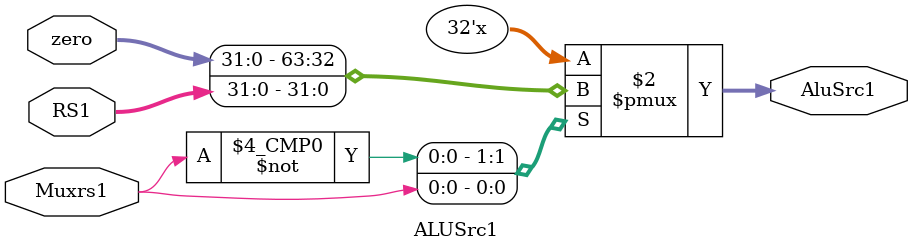
<source format=v>
`timescale 1ns / 1ps


module ALUSrc1(
    input [31:0] zero,
    input [31:0] RS1,
    input Muxrs1,
    output reg [31:0] AluSrc1
    );
    
    always@(*) begin
        case(Muxrs1)
            0: AluSrc1 <= zero;
            1: AluSrc1 <= RS1;
        endcase
    end
    
endmodule

</source>
